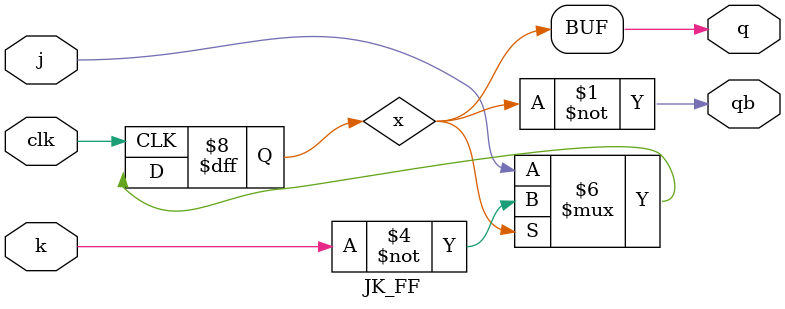
<source format=v>
`timescale 1ns / 1ps
module JK_FF(
    input j,k,clk,
    output q,qb
    );
reg x;
assign q=x;
assign qb=~q;
always @(negedge clk)
begin
 if (~x)
 x=j;
 else
 x=~k;
end

endmodule

</source>
